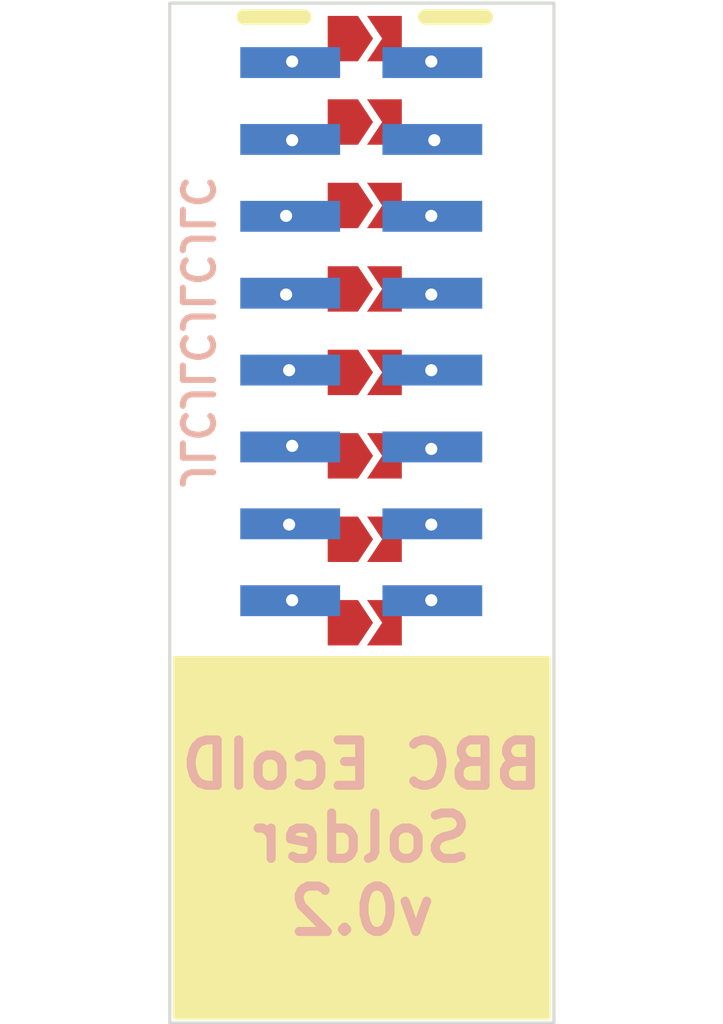
<source format=kicad_pcb>
(kicad_pcb (version 20211014) (generator pcbnew)
  (layers (0 "F.Cu" signal) (31 "B.Cu" signal) (34 "B.Paste" user) (35 "F.Paste" user) (36 "B.SilkS" user "B.Silkscreen") (37 "F.SilkS" user "F.Silkscreen") (38 "B.Mask" user) (39 "F.Mask" user) (44 "Edge.Cuts" user))
  (net 0 "")
  (net 1 "/0_out")
  (net 2 "/0_in")
  (net 3 "/1_out")
  (net 4 "/1_in")
  (net 5 "/2_out")
  (net 6 "/2_in")
  (net 7 "/3_out")
  (net 8 "/3_in")
  (net 9 "/4_out")
  (net 10 "/4_in")
  (net 11 "/5_out")
  (net 12 "/5_in")
  (net 13 "/6_out")
  (net 14 "/6_in")
  (net 15 "/7_out")
  (net 16 "/7_in")
  (footprint "Jumper:SolderJumper-2_P1.3mm_Open_TrianglePad1.0x1.5mm" (layer "F.Cu") (at 173.33 79.644284)
    (fp_text reference "JP4" hide)
    (fp_text value "SolderJumper_2_Open")
    (pad "1" smd custom (at -0.725 0) (size 0.3 0.3) (layers "F.Cu" "F.Mask") (net 7 "/3_out") (options (clearance outline) (anchor rect)) (primitives (gr_poly (pts (xy 1 0) (xy 0.5 0.75) (xy -0.5 0.75) (xy -0.5 -0.75) (xy 0.5 -0.75)) (width 0) (fill yes))))
    (pad "2" smd custom (at 0.725 0) (size 0.3 0.3) (layers "F.Cu" "F.Mask") (net 8 "/3_in") (options (clearance outline) (anchor rect)) (primitives (gr_poly (pts (xy 0.5 0.75) (xy -0.65 0.75) (xy -0.15 0) (xy -0.65 -0.75) (xy 0.5 -0.75)) (width 0) (fill yes))))
  )
  (footprint "Jumper:SolderJumper-2_P1.3mm_Open_TrianglePad1.0x1.5mm" (layer "F.Cu") (at 173.33 87.91571)
    (fp_text reference "JP7" hide)
    (fp_text value "SolderJumper_2_Open")
    (pad "1" smd custom (at -0.725 0) (size 0.3 0.3) (layers "F.Cu" "F.Mask") (net 13 "/6_out") (options (clearance outline) (anchor rect)) (primitives (gr_poly (pts (xy 1 0) (xy 0.5 0.75) (xy -0.5 0.75) (xy -0.5 -0.75) (xy 0.5 -0.75)) (width 0) (fill yes))))
    (pad "2" smd custom (at 0.725 0) (size 0.3 0.3) (layers "F.Cu" "F.Mask") (net 14 "/6_in") (options (clearance outline) (anchor rect)) (primitives (gr_poly (pts (xy 0.5 0.75) (xy -0.65 0.75) (xy -0.15 0) (xy -0.65 -0.75) (xy 0.5 -0.75)) (width 0) (fill yes))))
  )
  (footprint "Jumper:SolderJumper-2_P1.3mm_Open_TrianglePad1.0x1.5mm" (layer "F.Cu") (at 173.33 74.13)
    (fp_text reference "JP2" hide)
    (fp_text value "SolderJumper_2_Open")
    (pad "1" smd custom (at -0.725 0) (size 0.3 0.3) (layers "F.Cu" "F.Mask") (net 3 "/1_out") (options (clearance outline) (anchor rect)) (primitives (gr_poly (pts (xy 1 0) (xy 0.5 0.75) (xy -0.5 0.75) (xy -0.5 -0.75) (xy 0.5 -0.75)) (width 0) (fill yes))))
    (pad "2" smd custom (at 0.725 0) (size 0.3 0.3) (layers "F.Cu" "F.Mask") (net 4 "/1_in") (options (clearance outline) (anchor rect)) (primitives (gr_poly (pts (xy 0.5 0.75) (xy -0.65 0.75) (xy -0.15 0) (xy -0.65 -0.75) (xy 0.5 -0.75)) (width 0) (fill yes))))
  )
  (footprint "Jumper:SolderJumper-2_P1.3mm_Open_TrianglePad1.0x1.5mm" (layer "F.Cu") (at 173.33 71.372858)
    (fp_text reference "JP1" hide)
    (fp_text value "SolderJumper_2_Open")
    (pad "1" smd custom (at -0.725 0) (size 0.3 0.3) (layers "F.Cu" "F.Mask") (net 1 "/0_out") (options (clearance outline) (anchor rect)) (primitives (gr_poly (pts (xy 1 0) (xy 0.5 0.75) (xy -0.5 0.75) (xy -0.5 -0.75) (xy 0.5 -0.75)) (width 0) (fill yes))))
    (pad "2" smd custom (at 0.725 0) (size 0.3 0.3) (layers "F.Cu" "F.Mask") (net 2 "/0_in") (options (clearance outline) (anchor rect)) (primitives (gr_poly (pts (xy 0.5 0.75) (xy -0.65 0.75) (xy -0.15 0) (xy -0.65 -0.75) (xy 0.5 -0.75)) (width 0) (fill yes))))
  )
  (footprint "Jumper:SolderJumper-2_P1.3mm_Open_TrianglePad1.0x1.5mm" (layer "F.Cu") (at 173.33 82.401426)
    (fp_text reference "JP5" hide)
    (fp_text value "SolderJumper_2_Open")
    (pad "1" smd custom (at -0.725 0) (size 0.3 0.3) (layers "F.Cu" "F.Mask") (net 9 "/4_out") (options (clearance outline) (anchor rect)) (primitives (gr_poly (pts (xy 1 0) (xy 0.5 0.75) (xy -0.5 0.75) (xy -0.5 -0.75) (xy 0.5 -0.75)) (width 0) (fill yes))))
    (pad "2" smd custom (at 0.725 0) (size 0.3 0.3) (layers "F.Cu" "F.Mask") (net 10 "/4_in") (options (clearance outline) (anchor rect)) (primitives (gr_poly (pts (xy 0.5 0.75) (xy -0.65 0.75) (xy -0.15 0) (xy -0.65 -0.75) (xy 0.5 -0.75)) (width 0) (fill yes))))
  )
  (footprint "Jumper:SolderJumper-2_P1.3mm_Open_TrianglePad1.0x1.5mm" (layer "F.Cu") (at 173.33 90.672858)
    (fp_text reference "JP8" hide)
    (fp_text value "SolderJumper_2_Open")
    (pad "1" smd custom (at -0.725 0) (size 0.3 0.3) (layers "F.Cu" "F.Mask") (net 15 "/7_out") (options (clearance outline) (anchor rect)) (primitives (gr_poly (pts (xy 1 0) (xy 0.5 0.75) (xy -0.5 0.75) (xy -0.5 -0.75) (xy 0.5 -0.75)) (width 0) (fill yes))))
    (pad "2" smd custom (at 0.725 0) (size 0.3 0.3) (layers "F.Cu" "F.Mask") (net 16 "/7_in") (options (clearance outline) (anchor rect)) (primitives (gr_poly (pts (xy 0.5 0.75) (xy -0.65 0.75) (xy -0.15 0) (xy -0.65 -0.75) (xy 0.5 -0.75)) (width 0) (fill yes))))
  )
  (footprint "Jumper:SolderJumper-2_P1.3mm_Open_TrianglePad1.0x1.5mm" (layer "F.Cu") (at 173.33 76.887142)
    (fp_text reference "JP3" hide)
    (fp_text value "SolderJumper_2_Open")
    (pad "1" smd custom (at -0.725 0) (size 0.3 0.3) (layers "F.Cu" "F.Mask") (net 5 "/2_out") (options (clearance outline) (anchor rect)) (primitives (gr_poly (pts (xy 1 0) (xy 0.5 0.75) (xy -0.5 0.75) (xy -0.5 -0.75) (xy 0.5 -0.75)) (width 0) (fill yes))))
    (pad "2" smd custom (at 0.725 0) (size 0.3 0.3) (layers "F.Cu" "F.Mask") (net 6 "/2_in") (options (clearance outline) (anchor rect)) (primitives (gr_poly (pts (xy 0.5 0.75) (xy -0.65 0.75) (xy -0.15 0) (xy -0.65 -0.75) (xy 0.5 -0.75)) (width 0) (fill yes))))
  )
  (footprint "Jumper:SolderJumper-2_P1.3mm_Open_TrianglePad1.0x1.5mm" (layer "F.Cu") (at 173.33 85.158568)
    (fp_text reference "JP6" hide)
    (fp_text value "SolderJumper_2_Open")
    (pad "1" smd custom (at -0.725 0) (size 0.3 0.3) (layers "F.Cu" "F.Mask") (net 11 "/5_out") (options (clearance outline) (anchor rect)) (primitives (gr_poly (pts (xy 1 0) (xy 0.5 0.75) (xy -0.5 0.75) (xy -0.5 -0.75) (xy 0.5 -0.75)) (width 0) (fill yes))))
    (pad "2" smd custom (at 0.725 0) (size 0.3 0.3) (layers "F.Cu" "F.Mask") (net 12 "/5_in") (options (clearance outline) (anchor rect)) (primitives (gr_poly (pts (xy 0.5 0.75) (xy -0.65 0.75) (xy -0.15 0) (xy -0.65 -0.75) (xy 0.5 -0.75)) (width 0) (fill yes))))
  )
  (footprint "Connector_PinSocket_2.54mm:PinSocket_2x08_P2.54mm_Vertical_SMD" (layer "B.Cu") (at 173.23 81.08 180)
    (fp_text reference "J1" hide)
    (fp_text value "Conn_02x08_Counter_Clockwise")
    (pad "1" smd rect (at -2.335 8.915 180) (size 3.3 1.02) (layers "B.Cu" "B.Paste" "B.Mask") (net 2 "/0_in"))
    (pad "2" smd rect (at -2.335 6.375 180) (size 3.3 1.02) (layers "B.Cu" "B.Paste" "B.Mask") (net 4 "/1_in"))
    (pad "3" smd rect (at -2.335 3.835 180) (size 3.3 1.02) (layers "B.Cu" "B.Paste" "B.Mask") (net 6 "/2_in"))
    (pad "4" smd rect (at -2.335 1.295 180) (size 3.3 1.02) (layers "B.Cu" "B.Paste" "B.Mask") (net 8 "/3_in"))
    (pad "5" smd rect (at -2.335 -1.245 180) (size 3.3 1.02) (layers "B.Cu" "B.Paste" "B.Mask") (net 10 "/4_in"))
    (pad "6" smd rect (at -2.335 -3.785 180) (size 3.3 1.02) (layers "B.Cu" "B.Paste" "B.Mask") (net 12 "/5_in"))
    (pad "7" smd rect (at -2.335 -6.325 180) (size 3.3 1.02) (layers "B.Cu" "B.Paste" "B.Mask") (net 14 "/6_in"))
    (pad "8" smd rect (at -2.335 -8.865 180) (size 3.3 1.02) (layers "B.Cu" "B.Paste" "B.Mask") (net 16 "/7_in"))
    (pad "9" smd rect (at 2.365 -8.865 180) (size 3.3 1.02) (layers "B.Cu" "B.Paste" "B.Mask") (net 15 "/7_out"))
    (pad "10" smd rect (at 2.365 -6.325 180) (size 3.3 1.02) (layers "B.Cu" "B.Paste" "B.Mask") (net 13 "/6_out"))
    (pad "11" smd rect (at 2.365 -3.785 180) (size 3.3 1.02) (layers "B.Cu" "B.Paste" "B.Mask") (net 11 "/5_out"))
    (pad "12" smd rect (at 2.365 -1.245 180) (size 3.3 1.02) (layers "B.Cu" "B.Paste" "B.Mask") (net 9 "/4_out"))
    (pad "13" smd rect (at 2.365 1.295 180) (size 3.3 1.02) (layers "B.Cu" "B.Paste" "B.Mask") (net 7 "/3_out"))
    (pad "14" smd rect (at 2.365 3.835 180) (size 3.3 1.02) (layers "B.Cu" "B.Paste" "B.Mask") (net 5 "/2_out"))
    (pad "15" smd rect (at 2.365 6.375 180) (size 3.3 1.02) (layers "B.Cu" "B.Paste" "B.Mask") (net 3 "/1_out"))
    (pad "16" smd rect (at 2.365 8.915 180) (size 3.3 1.02) (layers "B.Cu" "B.Paste" "B.Mask") (net 1 "/0_out"))
  )
  (gr_line (start 169.34 70.66) (end 171.32 70.66) (layer "F.SilkS") (width 0.5))
  (gr_line (start 175.34 70.66) (end 177.32 70.66) (layer "F.SilkS") (width 0.5))
  (gr_rect (start 167.075 91.85) (end 179.395 103.71) (layer "F.SilkS") (width 0.15) (fill solid))
  (gr_line (start 166.885 103.9) (end 179.585 103.9) (layer "Edge.Cuts") (width 0.1))
  (gr_line (start 166.885 70.2) (end 166.885 103.9) (layer "Edge.Cuts") (width 0.1))
  (gr_line (start 179.585 103.9) (end 179.585 70.2) (layer "Edge.Cuts") (width 0.1))
  (gr_line (start 179.585 70.2) (end 166.885 70.2) (layer "Edge.Cuts") (width 0.1))
  (gr_text "BBC EcoID\nSolder\nv0.2" (at 173.235 97.78) (layer "B.SilkS") (effects (font (size 1.5 1.5) (thickness 0.3)) (justify mirror)))
  (gr_text "JLCJLCJLCJLC" (at 167.77 81.08 270) (layer "B.SilkS") (effects (font (size 1 1) (thickness 0.2)) (justify mirror)))
  (segment (start 170.93 72.13) (end 171.847858 72.13) (width 0.25) (layer "F.Cu") (net 1))
  (segment (start 171.847858 72.13) (end 172.605 71.372858) (width 0.25) (layer "F.Cu") (net 1))
  (via (at 170.93 72.13) (size 0.8) (drill 0.4) (layers "F.Cu" "B.Cu") (net 1))
  (segment (start 170.865 72.165) (end 170.895 72.165) (width 0.25) (layer "B.Cu") (net 1))
  (segment (start 170.895 72.165) (end 170.93 72.13) (width 0.25) (layer "B.Cu") (net 1))
  (segment (start 175.53 72.13) (end 174.812142 72.13) (width 0.25) (layer "F.Cu") (net 2))
  (segment (start 174.812142 72.13) (end 174.055 71.372858) (width 0.25) (layer "F.Cu") (net 2))
  (via (at 175.53 72.13) (size 0.8) (drill 0.4) (layers "F.Cu" "B.Cu") (net 2))
  (segment (start 175.565 72.165) (end 175.53 72.13) (width 0.25) (layer "B.Cu") (net 2))
  (segment (start 170.93 74.73) (end 172.005 74.73) (width 0.25) (layer "F.Cu") (net 3))
  (segment (start 172.005 74.73) (end 172.605 74.13) (width 0.25) (layer "F.Cu") (net 3))
  (via (at 170.93 74.73) (size 0.8) (drill 0.4) (layers "F.Cu" "B.Cu") (net 3))
  (segment (start 170.865 74.705) (end 170.905 74.705) (width 0.25) (layer "B.Cu") (net 3))
  (segment (start 170.905 74.705) (end 170.93 74.73) (width 0.25) (layer "B.Cu") (net 3))
  (segment (start 175.63 74.73) (end 174.655 74.73) (width 0.25) (layer "F.Cu") (net 4))
  (segment (start 174.655 74.73) (end 174.055 74.13) (width 0.25) (layer "F.Cu") (net 4))
  (via (at 175.63 74.73) (size 0.8) (drill 0.4) (layers "F.Cu" "B.Cu") (net 4))
  (segment (start 175.565 74.705) (end 175.605 74.705) (width 0.25) (layer "B.Cu") (net 4))
  (segment (start 175.605 74.705) (end 175.63 74.73) (width 0.25) (layer "B.Cu") (net 4))
  (segment (start 170.73 77.23) (end 172.262142 77.23) (width 0.25) (layer "F.Cu") (net 5))
  (segment (start 172.262142 77.23) (end 172.605 76.887142) (width 0.25) (layer "F.Cu") (net 5))
  (via (at 170.73 77.23) (size 0.8) (drill 0.4) (layers "F.Cu" "B.Cu") (net 5))
  (segment (start 170.865 77.245) (end 170.745 77.245) (width 0.25) (layer "B.Cu") (net 5))
  (segment (start 170.745 77.245) (end 170.73 77.23) (width 0.25) (layer "B.Cu") (net 5))
  (segment (start 175.53 77.23) (end 174.397858 77.23) (width 0.25) (layer "F.Cu") (net 6))
  (segment (start 174.397858 77.23) (end 174.055 76.887142) (width 0.25) (layer "F.Cu") (net 6))
  (via (at 175.53 77.23) (size 0.8) (drill 0.4) (layers "F.Cu" "B.Cu") (net 6))
  (segment (start 175.565 77.245) (end 175.545 77.245) (width 0.25) (layer "B.Cu") (net 6))
  (segment (start 175.545 77.245) (end 175.53 77.23) (width 0.25) (layer "B.Cu") (net 6))
  (segment (start 172.419284 79.83) (end 172.605 79.644284) (width 0.25) (layer "F.Cu") (net 7))
  (segment (start 170.73 79.83) (end 172.419284 79.83) (width 0.25) (layer "F.Cu") (net 7))
  (via (at 170.73 79.83) (size 0.8) (drill 0.4) (layers "F.Cu" "B.Cu") (net 7))
  (segment (start 170.775 79.785) (end 170.73 79.83) (width 0.25) (layer "B.Cu") (net 7))
  (segment (start 170.865 79.785) (end 170.775 79.785) (width 0.25) (layer "B.Cu") (net 7))
  (segment (start 174.240716 79.83) (end 174.055 79.644284) (width 0.25) (layer "F.Cu") (net 8))
  (segment (start 175.53 79.83) (end 174.240716 79.83) (width 0.25) (layer "F.Cu") (net 8))
  (via (at 175.53 79.83) (size 0.8) (drill 0.4) (layers "F.Cu" "B.Cu") (net 8))
  (segment (start 175.565 79.795) (end 175.53 79.83) (width 0.25) (layer "B.Cu") (net 8))
  (segment (start 175.565 79.785) (end 175.565 79.795) (width 0.25) (layer "B.Cu") (net 8))
  (segment (start 172.533574 82.33) (end 172.605 82.401426) (width 0.25) (layer "F.Cu") (net 9))
  (segment (start 170.83 82.33) (end 172.533574 82.33) (width 0.25) (layer "F.Cu") (net 9))
  (via (at 170.83 82.33) (size 0.8) (drill 0.4) (layers "F.Cu" "B.Cu") (net 9))
  (segment (start 170.865 82.325) (end 170.835 82.325) (width 0.25) (layer "B.Cu") (net 9))
  (segment (start 170.835 82.325) (end 170.83 82.33) (width 0.25) (layer "B.Cu") (net 9))
  (segment (start 175.53 82.33) (end 174.126426 82.33) (width 0.25) (layer "F.Cu") (net 10))
  (segment (start 174.126426 82.33) (end 174.055 82.401426) (width 0.25) (layer "F.Cu") (net 10))
  (via (at 175.53 82.33) (size 0.8) (drill 0.4) (layers "F.Cu" "B.Cu") (net 10))
  (segment (start 175.565 82.325) (end 175.535 82.325) (width 0.25) (layer "B.Cu") (net 10))
  (segment (start 175.535 82.325) (end 175.53 82.33) (width 0.25) (layer "B.Cu") (net 10))
  (segment (start 170.93 84.83) (end 172.276432 84.83) (width 0.25) (layer "F.Cu") (net 11))
  (segment (start 172.276432 84.83) (end 172.605 85.158568) (width 0.25) (layer "F.Cu") (net 11))
  (via (at 170.93 84.83) (size 0.8) (drill 0.4) (layers "F.Cu" "B.Cu") (net 11))
  (segment (start 170.895 84.865) (end 170.93 84.83) (width 0.25) (layer "B.Cu") (net 11))
  (segment (start 170.865 84.865) (end 170.895 84.865) (width 0.25) (layer "B.Cu") (net 11))
  (segment (start 175.53 84.93) (end 174.283568 84.93) (width 0.25) (layer "F.Cu") (net 12))
  (segment (start 174.283568 84.93) (end 174.055 85.158568) (width 0.25) (layer "F.Cu") (net 12))
  (via (at 175.53 84.93) (size 0.8) (drill 0.4) (layers "F.Cu" "B.Cu") (net 12))
  (segment (start 175.565 84.895) (end 175.53 84.93) (width 0.25) (layer "B.Cu") (net 12))
  (segment (start 175.565 84.865) (end 175.565 84.895) (width 0.25) (layer "B.Cu") (net 12))
  (segment (start 170.83 87.43) (end 172.11929 87.43) (width 0.25) (layer "F.Cu") (net 13))
  (segment (start 172.11929 87.43) (end 172.605 87.91571) (width 0.25) (layer "F.Cu") (net 13))
  (via (at 170.83 87.43) (size 0.8) (drill 0.4) (layers "F.Cu" "B.Cu") (net 13))
  (segment (start 170.855 87.405) (end 170.83 87.43) (width 0.25) (layer "B.Cu") (net 13))
  (segment (start 170.865 87.405) (end 170.855 87.405) (width 0.25) (layer "B.Cu") (net 13))
  (segment (start 174.54071 87.43) (end 174.055 87.91571) (width 0.25) (layer "F.Cu") (net 14))
  (segment (start 175.53 87.43) (end 174.54071 87.43) (width 0.25) (layer "F.Cu") (net 14))
  (via (at 175.53 87.43) (size 0.8) (drill 0.4) (layers "F.Cu" "B.Cu") (net 14))
  (segment (start 175.555 87.405) (end 175.53 87.43) (width 0.25) (layer "B.Cu") (net 14))
  (segment (start 175.565 87.405) (end 175.555 87.405) (width 0.25) (layer "B.Cu") (net 14))
  (segment (start 171.862142 89.93) (end 172.605 90.672858) (width 0.25) (layer "F.Cu") (net 15))
  (segment (start 170.93 89.93) (end 171.862142 89.93) (width 0.25) (layer "F.Cu") (net 15))
  (via (at 170.93 89.93) (size 0.8) (drill 0.4) (layers "F.Cu" "B.Cu") (net 15))
  (segment (start 170.865 89.945) (end 170.915 89.945) (width 0.25) (layer "B.Cu") (net 15))
  (segment (start 170.915 89.945) (end 170.93 89.93) (width 0.25) (layer "B.Cu") (net 15))
  (segment (start 175.53 89.93) (end 174.797858 89.93) (width 0.25) (layer "F.Cu") (net 16))
  (segment (start 174.797858 89.93) (end 174.055 90.672858) (width 0.25) (layer "F.Cu") (net 16))
  (via (at 175.53 89.93) (size 0.8) (drill 0.4) (layers "F.Cu" "B.Cu") (net 16))
  (segment (start 175.565 89.945) (end 175.545 89.945) (width 0.25) (layer "B.Cu") (net 16))
  (segment (start 175.545 89.945) (end 175.53 89.93) (width 0.25) (layer "B.Cu") (net 16))
)
</source>
